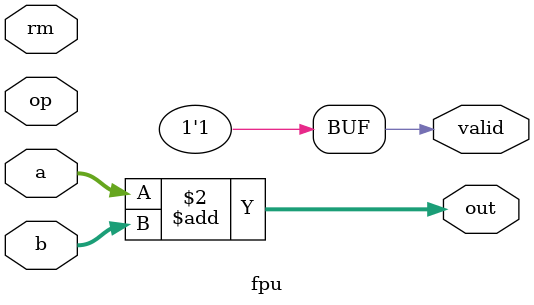
<source format=sv>
module fpu (
    input [31:0] a,
    input [31:0] b,
    input [1:0] op,
    input [2:0] rm,
    output reg [31:0] out,
    output reg valid

);
always @(*) begin    
    valid <= 1'b1;
    out <= a + b;
end
endmodule
</source>
